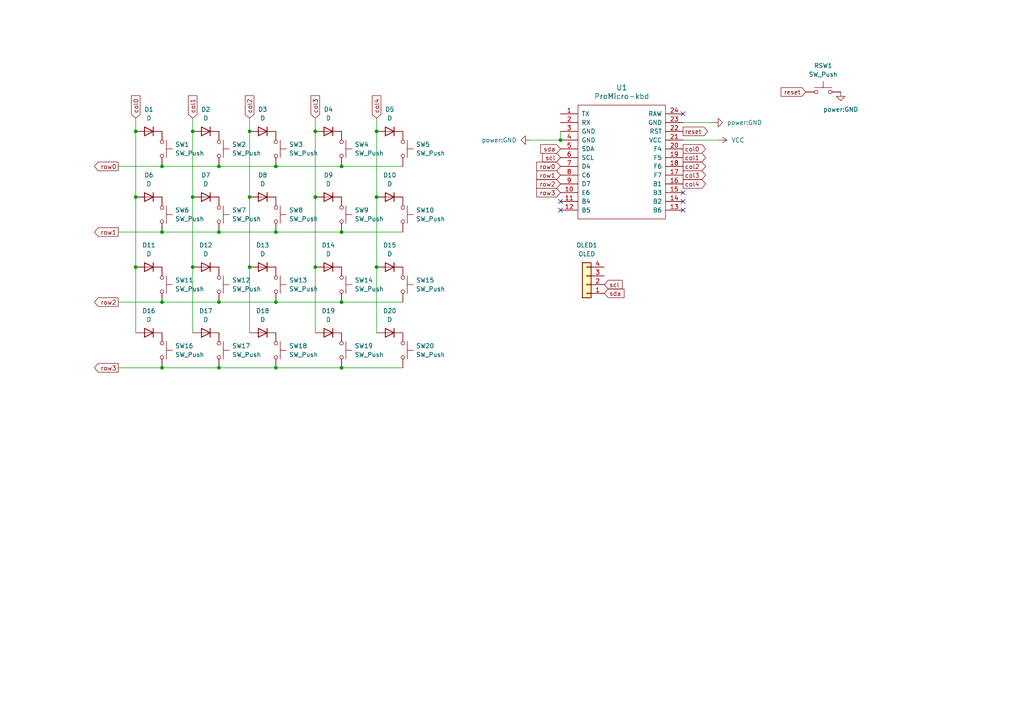
<source format=kicad_sch>
(kicad_sch (version 20250114) (generator "eeschema") (generator_version "9.0")
  (paper "A4")
  (title_block (title "lp-np") (date "2025-10-14") (rev "1.0") (company "doofmars"))
  (lib_symbols
    (symbol "Connector_Generic:Conn_01x04" (pin_names (offset 1.016) (hide yes))
      (property "Reference" "J" (at 0 5.08 0))
      (property "Value" "Conn_01x04" (at 0 -7.62 0))
      (symbol "Conn_01x04_1_1"
        (rectangle (start -1.27 3.81) (end 1.27 -6.35) (stroke (width 0.254)) (fill (type background)))
        (rectangle (start -1.27 2.667) (end 0 2.413) (stroke (width 0.1524)))
        (rectangle (start -1.27 0.127) (end 0 -0.127) (stroke (width 0.1524)))
        (rectangle (start -1.27 -2.413) (end 0 -2.667) (stroke (width 0.1524)))
        (rectangle (start -1.27 -4.953) (end 0 -5.207) (stroke (width 0.1524)))
        (pin passive line (at -5.08 2.54 0) (length 3.81) (name "Pin_1") (number "1"))
        (pin passive line (at -5.08 0 0) (length 3.81) (name "Pin_2") (number "2"))
        (pin passive line (at -5.08 -2.54 0) (length 3.81) (name "Pin_3") (number "3"))
        (pin passive line (at -5.08 -5.08 0) (length 3.81) (name "Pin_4") (number "4"))
      )
    )
    (symbol "Device:D" (pin_numbers (hide yes)) (pin_names (offset 1.016) (hide yes))
      (property "Reference" "D" (at 0 2.54 0))
      (property "Value" "D" (at 0 -2.54 0))
      (symbol "D_0_1"
        (polyline (pts (xy -1.27 1.27) (xy -1.27 -1.27)) (stroke (width 0.254)))
        (polyline (pts (xy 1.27 1.27) (xy 1.27 -1.27) (xy -1.27 0) (xy 1.27 1.27)) (stroke (width 0.254)))
        (polyline (pts (xy 1.27 0) (xy -1.27 0)))
      )
      (symbol "D_1_1"
        (pin passive line (at -3.81 0 0) (length 2.54) (name "K") (number "1"))
        (pin passive line (at 3.81 0 180) (length 2.54) (name "A") (number "2"))
      )
    )
    (symbol "Switch:SW_Push" (pin_numbers (hide yes)) (pin_names (offset 1.016) (hide yes))
      (property "Reference" "SW" (at 1.27 2.54 0))
      (property "Value" "SW_Push" (at 0 -1.524 0))
      (symbol "SW_Push_0_1"
        (circle (center -2.032 0) (radius 0.508))
        (polyline (pts (xy 0 1.27) (xy 0 3.048)))
        (circle (center 2.032 0) (radius 0.508))
        (polyline (pts (xy 2.54 1.27) (xy -2.54 1.27)))
        (pin passive line (at -5.08 0 0) (length 2.54) (name "1") (number "1"))
        (pin passive line (at 5.08 0 180) (length 2.54) (name "2") (number "2"))
      )
    )
    (symbol "corne:GND-power" (power) (pin_names (offset 0))
      (property "Value" "power:GND" (at 0 -3.81 0))
      (symbol "GND-power_0_1"
        (polyline (pts (xy 0 0) (xy 0 -1.27) (xy 1.27 -1.27) (xy 0 -2.54) (xy -1.27 -1.27) (xy 0 -1.27)))
      )
      (symbol "GND-power_1_1"
        (pin power_in line (at 0 0 270) (length 0) (hide yes) (name "GND") (number "1"))
      )
    )
    (symbol "corne:ProMicro-kbd" (pin_names (offset 1.016))
      (property "Reference" "U" (at 0 24.13 0))
      (property "Value" "ProMicro-kbd" (at 0 -13.97 0))
      (symbol "ProMicro-kbd_0_1"
        (rectangle (start -12.7 21.59) (end 12.7 -11.43))
      )
      (symbol "ProMicro-kbd_1_1"
        (pin bidirectional line (at -17.78 19.05 0) (length 5.08) (name "TX") (number "1"))
        (pin bidirectional line (at -17.78 16.51 0) (length 5.08) (name "RX") (number "2"))
        (pin power_in line (at -17.78 13.97 0) (length 5.08) (name "GND") (number "3"))
        (pin power_in line (at -17.78 11.43 0) (length 5.08) (name "GND") (number "4"))
        (pin bidirectional line (at -17.78 8.89 0) (length 5.08) (name "SDA") (number "5"))
        (pin bidirectional line (at -17.78 6.35 0) (length 5.08) (name "SCL") (number "6"))
        (pin bidirectional line (at -17.78 3.81 0) (length 5.08) (name "D4") (number "7"))
        (pin bidirectional line (at -17.78 1.27 0) (length 5.08) (name "C6") (number "8"))
        (pin bidirectional line (at -17.78 -1.27 0) (length 5.08) (name "D7") (number "9"))
        (pin bidirectional line (at -17.78 -3.81 0) (length 5.08) (name "E6") (number "10"))
        (pin bidirectional line (at -17.78 -6.35 0) (length 5.08) (name "B4") (number "11"))
        (pin bidirectional line (at -17.78 -8.89 0) (length 5.08) (name "B5") (number "12"))
        (pin power_out line (at 17.78 19.05 180) (length 5.08) (name "RAW") (number "24"))
        (pin power_in line (at 17.78 16.51 180) (length 5.08) (name "GND") (number "23"))
        (pin input line (at 17.78 13.97 180) (length 5.08) (name "RST") (number "22"))
        (pin power_in line (at 17.78 11.43 180) (length 5.08) (name "VCC") (number "21"))
        (pin bidirectional line (at 17.78 8.89 180) (length 5.08) (name "F4") (number "20"))
        (pin bidirectional line (at 17.78 6.35 180) (length 5.08) (name "F5") (number "19"))
        (pin bidirectional line (at 17.78 3.81 180) (length 5.08) (name "F6") (number "18"))
        (pin bidirectional line (at 17.78 1.27 180) (length 5.08) (name "F7") (number "17"))
        (pin bidirectional line (at 17.78 -1.27 180) (length 5.08) (name "B1") (number "16"))
        (pin bidirectional line (at 17.78 -3.81 180) (length 5.08) (name "B3") (number "15"))
        (pin bidirectional line (at 17.78 -6.35 180) (length 5.08) (name "B2") (number "14"))
        (pin bidirectional line (at 17.78 -8.89 180) (length 5.08) (name "B6") (number "13"))
      )
    )
    (symbol "power:VCC" (power) (pin_numbers (hide yes)) (pin_names (offset 0) (hide yes))
      (property "Value" "VCC" (at 0 3.556 0))
      (symbol "VCC_0_1"
        (polyline (pts (xy -0.762 1.27) (xy 0 2.54)))
        (polyline (pts (xy 0 2.54) (xy 0.762 1.27)))
        (polyline (pts (xy 0 0) (xy 0 2.54)))
      )
      (symbol "VCC_1_1"
        (pin power_in line (at 0 0 90) (length 0) (name "~") (number "1"))
      )
    )
  )
  (junction (at 46.99 48.26))
  (junction (at 91.44 38.1))
  (junction (at 99.06 67.31))
  (junction (at 63.5 87.63))
  (junction (at 99.06 87.63))
  (junction (at 63.5 106.68))
  (junction (at 72.39 77.47))
  (junction (at 99.06 106.68))
  (junction (at 55.88 57.15))
  (junction (at 80.01 106.68))
  (junction (at 46.99 87.63))
  (junction (at 63.5 48.26))
  (junction (at 55.88 38.1))
  (junction (at 55.88 77.47))
  (junction (at 162.56 40.64))
  (junction (at 80.01 48.26))
  (junction (at 99.06 48.26))
  (junction (at 109.22 77.47))
  (junction (at 72.39 57.15))
  (junction (at 46.99 67.31))
  (junction (at 39.37 77.47))
  (junction (at 39.37 57.15))
  (junction (at 109.22 57.15))
  (junction (at 39.37 38.1))
  (junction (at 63.5 67.31))
  (junction (at 80.01 87.63))
  (junction (at 91.44 77.47))
  (junction (at 46.99 106.68))
  (junction (at 72.39 38.1))
  (junction (at 109.22 38.1))
  (junction (at 91.44 57.15))
  (junction (at 80.01 67.31))
  (no_connect (at 198.12 55.88))
  (no_connect (at 198.12 58.42))
  (no_connect (at 198.12 60.96))
  (no_connect (at 162.56 60.96))
  (no_connect (at 162.56 58.42))
  (no_connect (at 198.12 33.02))
  (wire (pts (xy 198.12 35.56) (xy 207.01 35.56)))
  (wire (pts (xy 55.88 57.15) (xy 55.88 77.47)))
  (wire (pts (xy 91.44 77.47) (xy 91.44 96.52)))
  (wire (pts (xy 39.37 77.47) (xy 39.37 96.52)))
  (wire (pts (xy 46.99 48.26) (xy 63.5 48.26)))
  (wire (pts (xy 46.99 106.68) (xy 63.5 106.68)))
  (wire (pts (xy 34.29 48.26) (xy 46.99 48.26)))
  (wire (pts (xy 34.29 67.31) (xy 46.99 67.31)))
  (wire (pts (xy 39.37 57.15) (xy 39.37 77.47)))
  (wire (pts (xy 153.67 40.64) (xy 162.56 40.64)))
  (wire (pts (xy 99.06 106.68) (xy 116.84 106.68)))
  (wire (pts (xy 80.01 48.26) (xy 99.06 48.26)))
  (wire (pts (xy 55.88 77.47) (xy 55.88 96.52)))
  (wire (pts (xy 63.5 67.31) (xy 80.01 67.31)))
  (wire (pts (xy 109.22 57.15) (xy 109.22 77.47)))
  (wire (pts (xy 80.01 87.63) (xy 99.06 87.63)))
  (wire (pts (xy 72.39 77.47) (xy 72.39 96.52)))
  (wire (pts (xy 72.39 34.29) (xy 72.39 38.1)))
  (wire (pts (xy 39.37 38.1) (xy 39.37 57.15)))
  (wire (pts (xy 80.01 106.68) (xy 99.06 106.68)))
  (wire (pts (xy 72.39 57.15) (xy 72.39 77.47)))
  (wire (pts (xy 55.88 38.1) (xy 55.88 57.15)))
  (wire (pts (xy 198.12 40.64) (xy 208.28 40.64)))
  (wire (pts (xy 34.29 106.68) (xy 46.99 106.68)))
  (wire (pts (xy 91.44 38.1) (xy 91.44 57.15)))
  (wire (pts (xy 109.22 34.29) (xy 109.22 38.1)))
  (wire (pts (xy 46.99 67.31) (xy 63.5 67.31)))
  (wire (pts (xy 55.88 34.29) (xy 55.88 38.1)))
  (wire (pts (xy 34.29 87.63) (xy 46.99 87.63)))
  (wire (pts (xy 80.01 67.31) (xy 99.06 67.31)))
  (wire (pts (xy 162.56 38.1) (xy 162.56 40.64)))
  (wire (pts (xy 39.37 34.29) (xy 39.37 38.1)))
  (wire (pts (xy 91.44 34.29) (xy 91.44 38.1)))
  (wire (pts (xy 109.22 77.47) (xy 109.22 96.52)))
  (wire (pts (xy 91.44 57.15) (xy 91.44 77.47)))
  (wire (pts (xy 63.5 48.26) (xy 80.01 48.26)))
  (wire (pts (xy 63.5 106.68) (xy 80.01 106.68)))
  (wire (pts (xy 63.5 87.63) (xy 80.01 87.63)))
  (wire (pts (xy 99.06 67.31) (xy 116.84 67.31)))
  (wire (pts (xy 109.22 38.1) (xy 109.22 57.15)))
  (wire (pts (xy 72.39 38.1) (xy 72.39 57.15)))
  (wire (pts (xy 46.99 87.63) (xy 63.5 87.63)))
  (wire (pts (xy 99.06 48.26) (xy 116.84 48.26)))
  (wire (pts (xy 99.06 87.63) (xy 116.84 87.63)))
  (global_label "row0" (shape output) (at 34.29 48.26 180) (property "Intersheetrefs" "${INTERSHEET_REFS}" (effects (hide yes))))
  (global_label "row1" (shape input) (at 162.56 50.8 180) (property "Intersheetrefs" "${INTERSHEET_REFS}" (effects (hide yes))))
  (global_label "row0" (shape input) (at 162.56 48.26 180) (property "Intersheetrefs" "${INTERSHEET_REFS}" (effects (hide yes))))
  (global_label "col4" (shape output) (at 198.12 53.34 0) (property "Intersheetrefs" "${INTERSHEET_REFS}" (effects (hide yes))))
  (global_label "sda" (shape input) (at 162.56 43.18 180) (property "Intersheetrefs" "${INTERSHEET_REFS}" (effects (hide yes))))
  (global_label "row2" (shape input) (at 162.56 53.34 180) (property "Intersheetrefs" "${INTERSHEET_REFS}" (effects (hide yes))))
  (global_label "col2" (shape output) (at 198.12 48.26 0) (property "Intersheetrefs" "${INTERSHEET_REFS}" (effects (hide yes))))
  (global_label "sda" (shape input) (at 175.26 85.09 0) (property "Intersheetrefs" "${INTERSHEET_REFS}" (effects (hide yes))))
  (global_label "col3" (shape output) (at 198.12 50.8 0) (property "Intersheetrefs" "${INTERSHEET_REFS}" (effects (hide yes))))
  (global_label "scl" (shape input) (at 175.26 82.55 0) (property "Intersheetrefs" "${INTERSHEET_REFS}" (effects (hide yes))))
  (global_label "row1" (shape output) (at 34.29 67.31 180) (property "Intersheetrefs" "${INTERSHEET_REFS}" (effects (hide yes))))
  (global_label "col1" (shape output) (at 198.12 45.72 0) (property "Intersheetrefs" "${INTERSHEET_REFS}" (effects (hide yes))))
  (global_label "scl" (shape input) (at 162.56 45.72 180) (property "Intersheetrefs" "${INTERSHEET_REFS}" (effects (hide yes))))
  (global_label "col3" (shape input) (at 91.44 34.29 90) (property "Intersheetrefs" "${INTERSHEET_REFS}" (effects (hide yes))))
  (global_label "col0" (shape input) (at 39.37 34.29 90) (property "Intersheetrefs" "${INTERSHEET_REFS}" (effects (hide yes))))
  (global_label "col4" (shape input) (at 109.22 34.29 90) (property "Intersheetrefs" "${INTERSHEET_REFS}" (effects (hide yes))))
  (global_label "row2" (shape output) (at 34.29 87.63 180) (property "Intersheetrefs" "${INTERSHEET_REFS}" (effects (hide yes))))
  (global_label "row3" (shape input) (at 162.56 55.88 180) (property "Intersheetrefs" "${INTERSHEET_REFS}" (effects (hide yes))))
  (global_label "col2" (shape input) (at 72.39 34.29 90) (property "Intersheetrefs" "${INTERSHEET_REFS}" (effects (hide yes))))
  (global_label "col1" (shape input) (at 55.88 34.29 90) (property "Intersheetrefs" "${INTERSHEET_REFS}" (effects (hide yes))))
  (global_label "reset" (shape output) (at 198.12 38.1 0) (property "Intersheetrefs" "${INTERSHEET_REFS}" (effects (hide yes))))
  (global_label "reset" (shape input) (at 233.68 26.67 180) (property "Intersheetrefs" "${INTERSHEET_REFS}" (effects (hide yes))))
  (global_label "col0" (shape output) (at 198.12 43.18 0) (property "Intersheetrefs" "${INTERSHEET_REFS}" (effects (hide yes))))
  (global_label "row3" (shape output) (at 34.29 106.68 180) (property "Intersheetrefs" "${INTERSHEET_REFS}" (effects (hide yes))))
  (symbol (lib_id "Device:D") (at 59.69 38.1 180) (unit 1)
    (property "Reference" "D2" (at 59.69 31.75 0))
    (property "Value" "D" (at 59.69 34.29 0))
    (property "Footprint" "Diode_SMD:D_SOD-123" (effects (hide yes)))
    (property "Description" "Diode" (effects (hide yes)))
    (property "Sim.Device" "D" (effects (hide yes)))
    (property "Sim.Pins" "1=K 2=A" (effects (hide yes)))
  )
  (symbol (lib_id "Switch:SW_Push") (at 80.01 82.55 270) (unit 1)
    (property "Reference" "SW13" (at 83.82 81.2799 90) (effects (justify left)))
    (property "Value" "SW_Push" (at 83.82 83.8199 90) (effects (justify left)))
    (property "Footprint" "Cherry_ULP:Cherry_ULP_SMD" (effects (hide yes)))
    (property "Description" "Push button switch, generic, two pins" (effects (hide yes)))
  )
  (symbol (lib_id "power:VCC") (at 208.28 40.64 270) (unit 1)
    (property "Reference" "#PWR03" (effects (hide yes)))
    (property "Value" "VCC" (at 212.09 40.6399 90) (effects (justify left)))
    (property "Description" "Power symbol creates a global label with name \"VCC\"" (effects (hide yes)))
  )
  (symbol (lib_id "corne:GND-power") (at 243.84 26.67 0) (unit 1)
    (property "Reference" "#PWR04" (effects (hide yes)))
    (property "Value" "power:GND" (at 243.84 31.75 0))
  )
  (symbol (lib_id "Device:D") (at 113.03 57.15 180) (unit 1)
    (property "Reference" "D10" (at 113.03 50.8 0))
    (property "Value" "D" (at 113.03 53.34 0))
    (property "Footprint" "Diode_SMD:D_SOD-123" (effects (hide yes)))
    (property "Description" "Diode" (effects (hide yes)))
    (property "Sim.Device" "D" (effects (hide yes)))
    (property "Sim.Pins" "1=K 2=A" (effects (hide yes)))
  )
  (symbol (lib_id "Switch:SW_Push") (at 80.01 43.18 270) (unit 1)
    (property "Reference" "SW3" (at 83.82 41.9099 90) (effects (justify left)))
    (property "Value" "SW_Push" (at 83.82 44.4499 90) (effects (justify left)))
    (property "Footprint" "Cherry_ULP:Cherry_ULP_SMD" (effects (hide yes)))
    (property "Description" "Push button switch, generic, two pins" (effects (hide yes)))
  )
  (symbol (lib_id "Device:D") (at 95.25 38.1 180) (unit 1)
    (property "Reference" "D4" (at 95.25 31.75 0))
    (property "Value" "D" (at 95.25 34.29 0))
    (property "Footprint" "Diode_SMD:D_SOD-123" (effects (hide yes)))
    (property "Description" "Diode" (effects (hide yes)))
    (property "Sim.Device" "D" (effects (hide yes)))
    (property "Sim.Pins" "1=K 2=A" (effects (hide yes)))
  )
  (symbol (lib_id "Device:D") (at 76.2 38.1 180) (unit 1)
    (property "Reference" "D3" (at 76.2 31.75 0))
    (property "Value" "D" (at 76.2 34.29 0))
    (property "Footprint" "Diode_SMD:D_SOD-123" (effects (hide yes)))
    (property "Description" "Diode" (effects (hide yes)))
    (property "Sim.Device" "D" (effects (hide yes)))
    (property "Sim.Pins" "1=K 2=A" (effects (hide yes)))
  )
  (symbol (lib_id "Device:D") (at 43.18 57.15 180) (unit 1)
    (property "Reference" "D6" (at 43.18 50.8 0))
    (property "Value" "D" (at 43.18 53.34 0))
    (property "Footprint" "Diode_SMD:D_SOD-123" (effects (hide yes)))
    (property "Description" "Diode" (effects (hide yes)))
    (property "Sim.Device" "D" (effects (hide yes)))
    (property "Sim.Pins" "1=K 2=A" (effects (hide yes)))
  )
  (symbol (lib_id "Device:D") (at 95.25 77.47 180) (unit 1)
    (property "Reference" "D14" (at 95.25 71.12 0))
    (property "Value" "D" (at 95.25 73.66 0))
    (property "Footprint" "Diode_SMD:D_SOD-123" (effects (hide yes)))
    (property "Description" "Diode" (effects (hide yes)))
    (property "Sim.Device" "D" (effects (hide yes)))
    (property "Sim.Pins" "1=K 2=A" (effects (hide yes)))
  )
  (symbol (lib_id "Switch:SW_Push") (at 46.99 101.6 270) (unit 1)
    (property "Reference" "SW16" (at 50.8 100.3299 90) (effects (justify left)))
    (property "Value" "SW_Push" (at 50.8 102.8699 90) (effects (justify left)))
    (property "Footprint" "Cherry_ULP:Cherry_ULP_SMD" (effects (hide yes)))
    (property "Description" "Push button switch, generic, two pins" (effects (hide yes)))
  )
  (symbol (lib_id "Connector_Generic:Conn_01x04") (at 170.18 82.55 180) (unit 1)
    (property "Reference" "OLED1" (at 170.18 71.12 0))
    (property "Value" "OLED" (at 170.18 73.66 0))
    (property "Footprint" "Corne:OLED_generic" (effects (hide yes)))
    (property "Description" "Generic connector, single row, 01x04, script generated (kicad-library-utils/schlib/autogen/connector/)" (effects (hide yes)))
  )
  (symbol (lib_id "Switch:SW_Push") (at 63.5 43.18 270) (unit 1)
    (property "Reference" "SW2" (at 67.31 41.9099 90) (effects (justify left)))
    (property "Value" "SW_Push" (at 67.31 44.4499 90) (effects (justify left)))
    (property "Footprint" "Cherry_ULP:Cherry_ULP_SMD" (effects (hide yes)))
    (property "Description" "Push button switch, generic, two pins" (effects (hide yes)))
  )
  (symbol (lib_id "Device:D") (at 113.03 77.47 180) (unit 1)
    (property "Reference" "D15" (at 113.03 71.12 0))
    (property "Value" "D" (at 113.03 73.66 0))
    (property "Footprint" "Diode_SMD:D_SOD-123" (effects (hide yes)))
    (property "Description" "Diode" (effects (hide yes)))
    (property "Sim.Device" "D" (effects (hide yes)))
    (property "Sim.Pins" "1=K 2=A" (effects (hide yes)))
  )
  (symbol (lib_id "Device:D") (at 76.2 96.52 180) (unit 1)
    (property "Reference" "D18" (at 76.2 90.17 0))
    (property "Value" "D" (at 76.2 92.71 0))
    (property "Footprint" "Diode_SMD:D_SOD-123" (effects (hide yes)))
    (property "Description" "Diode" (effects (hide yes)))
    (property "Sim.Device" "D" (effects (hide yes)))
    (property "Sim.Pins" "1=K 2=A" (effects (hide yes)))
  )
  (symbol (lib_id "Device:D") (at 95.25 96.52 180) (unit 1)
    (property "Reference" "D19" (at 95.25 90.17 0))
    (property "Value" "D" (at 95.25 92.71 0))
    (property "Footprint" "Diode_SMD:D_SOD-123" (effects (hide yes)))
    (property "Description" "Diode" (effects (hide yes)))
    (property "Sim.Device" "D" (effects (hide yes)))
    (property "Sim.Pins" "1=K 2=A" (effects (hide yes)))
  )
  (symbol (lib_id "Device:D") (at 59.69 57.15 180) (unit 1)
    (property "Reference" "D7" (at 59.69 50.8 0))
    (property "Value" "D" (at 59.69 53.34 0))
    (property "Footprint" "Diode_SMD:D_SOD-123" (effects (hide yes)))
    (property "Description" "Diode" (effects (hide yes)))
    (property "Sim.Device" "D" (effects (hide yes)))
    (property "Sim.Pins" "1=K 2=A" (effects (hide yes)))
  )
  (symbol (lib_id "Switch:SW_Push") (at 46.99 43.18 270) (unit 1)
    (property "Reference" "SW1" (at 50.8 41.9099 90) (effects (justify left)))
    (property "Value" "SW_Push" (at 50.8 44.4499 90) (effects (justify left)))
    (property "Footprint" "Cherry_ULP:Cherry_ULP_SMD" (effects (hide yes)))
    (property "Description" "Push button switch, generic, two pins" (effects (hide yes)))
  )
  (symbol (lib_id "Switch:SW_Push") (at 99.06 82.55 270) (unit 1)
    (property "Reference" "SW14" (at 102.87 81.2799 90) (effects (justify left)))
    (property "Value" "SW_Push" (at 102.87 83.8199 90) (effects (justify left)))
    (property "Footprint" "Cherry_ULP:Cherry_ULP_SMD" (effects (hide yes)))
    (property "Description" "Push button switch, generic, two pins" (effects (hide yes)))
  )
  (symbol (lib_id "Switch:SW_Push") (at 116.84 43.18 270) (unit 1)
    (property "Reference" "SW5" (at 120.65 41.9099 90) (effects (justify left)))
    (property "Value" "SW_Push" (at 120.65 44.4499 90) (effects (justify left)))
    (property "Footprint" "Cherry_ULP:Cherry_ULP_SMD" (effects (hide yes)))
    (property "Description" "Push button switch, generic, two pins" (effects (hide yes)))
  )
  (symbol (lib_id "Switch:SW_Push") (at 63.5 62.23 270) (unit 1)
    (property "Reference" "SW7" (at 67.31 60.9599 90) (effects (justify left)))
    (property "Value" "SW_Push" (at 67.31 63.4999 90) (effects (justify left)))
    (property "Footprint" "Cherry_ULP:Cherry_ULP_SMD" (effects (hide yes)))
    (property "Description" "Push button switch, generic, two pins" (effects (hide yes)))
  )
  (symbol (lib_id "Switch:SW_Push") (at 46.99 82.55 270) (unit 1)
    (property "Reference" "SW11" (at 50.8 81.2799 90) (effects (justify left)))
    (property "Value" "SW_Push" (at 50.8 83.8199 90) (effects (justify left)))
    (property "Footprint" "Cherry_ULP:Cherry_ULP_SMD" (effects (hide yes)))
    (property "Description" "Push button switch, generic, two pins" (effects (hide yes)))
  )
  (symbol (lib_id "Switch:SW_Push") (at 46.99 62.23 270) (unit 1)
    (property "Reference" "SW6" (at 50.8 60.9599 90) (effects (justify left)))
    (property "Value" "SW_Push" (at 50.8 63.4999 90) (effects (justify left)))
    (property "Footprint" "Cherry_ULP:Cherry_ULP_SMD" (effects (hide yes)))
    (property "Description" "Push button switch, generic, two pins" (effects (hide yes)))
  )
  (symbol (lib_id "Device:D") (at 76.2 57.15 180) (unit 1)
    (property "Reference" "D8" (at 76.2 50.8 0))
    (property "Value" "D" (at 76.2 53.34 0))
    (property "Footprint" "Diode_SMD:D_SOD-123" (effects (hide yes)))
    (property "Description" "Diode" (effects (hide yes)))
    (property "Sim.Device" "D" (effects (hide yes)))
    (property "Sim.Pins" "1=K 2=A" (effects (hide yes)))
  )
  (symbol (lib_id "Device:D") (at 59.69 77.47 180) (unit 1)
    (property "Reference" "D12" (at 59.69 71.12 0))
    (property "Value" "D" (at 59.69 73.66 0))
    (property "Footprint" "Diode_SMD:D_SOD-123" (effects (hide yes)))
    (property "Description" "Diode" (effects (hide yes)))
    (property "Sim.Device" "D" (effects (hide yes)))
    (property "Sim.Pins" "1=K 2=A" (effects (hide yes)))
  )
  (symbol (lib_id "Device:D") (at 113.03 96.52 180) (unit 1)
    (property "Reference" "D20" (at 113.03 90.17 0))
    (property "Value" "D" (at 113.03 92.71 0))
    (property "Footprint" "Diode_SMD:D_SOD-123" (effects (hide yes)))
    (property "Description" "Diode" (effects (hide yes)))
    (property "Sim.Device" "D" (effects (hide yes)))
    (property "Sim.Pins" "1=K 2=A" (effects (hide yes)))
  )
  (symbol (lib_id "Device:D") (at 76.2 77.47 180) (unit 1)
    (property "Reference" "D13" (at 76.2 71.12 0))
    (property "Value" "D" (at 76.2 73.66 0))
    (property "Footprint" "Diode_SMD:D_SOD-123" (effects (hide yes)))
    (property "Description" "Diode" (effects (hide yes)))
    (property "Sim.Device" "D" (effects (hide yes)))
    (property "Sim.Pins" "1=K 2=A" (effects (hide yes)))
  )
  (symbol (lib_id "Device:D") (at 113.03 38.1 180) (unit 1)
    (property "Reference" "D5" (at 113.03 31.75 0))
    (property "Value" "D" (at 113.03 34.29 0))
    (property "Footprint" "Diode_SMD:D_SOD-123" (effects (hide yes)))
    (property "Description" "Diode" (effects (hide yes)))
    (property "Sim.Device" "D" (effects (hide yes)))
    (property "Sim.Pins" "1=K 2=A" (effects (hide yes)))
  )
  (symbol (lib_id "Switch:SW_Push") (at 116.84 82.55 270) (unit 1)
    (property "Reference" "SW15" (at 120.65 81.2799 90) (effects (justify left)))
    (property "Value" "SW_Push" (at 120.65 83.8199 90) (effects (justify left)))
    (property "Footprint" "Cherry_ULP:Cherry_ULP_SMD" (effects (hide yes)))
    (property "Description" "Push button switch, generic, two pins" (effects (hide yes)))
  )
  (symbol (lib_id "Switch:SW_Push") (at 99.06 62.23 270) (unit 1)
    (property "Reference" "SW9" (at 102.87 60.9599 90) (effects (justify left)))
    (property "Value" "SW_Push" (at 102.87 63.4999 90) (effects (justify left)))
    (property "Footprint" "Cherry_ULP:Cherry_ULP_SMD" (effects (hide yes)))
    (property "Description" "Push button switch, generic, two pins" (effects (hide yes)))
  )
  (symbol (lib_id "Device:D") (at 43.18 38.1 180) (unit 1)
    (property "Reference" "D1" (at 43.18 31.75 0))
    (property "Value" "D" (at 43.18 34.29 0))
    (property "Footprint" "Diode_SMD:D_SOD-123" (effects (hide yes)))
    (property "Description" "Diode" (effects (hide yes)))
    (property "Sim.Device" "D" (effects (hide yes)))
    (property "Sim.Pins" "1=K 2=A" (effects (hide yes)))
  )
  (symbol (lib_id "Device:D") (at 43.18 77.47 180) (unit 1)
    (property "Reference" "D11" (at 43.18 71.12 0))
    (property "Value" "D" (at 43.18 73.66 0))
    (property "Footprint" "Diode_SMD:D_SOD-123" (effects (hide yes)))
    (property "Description" "Diode" (effects (hide yes)))
    (property "Sim.Device" "D" (effects (hide yes)))
    (property "Sim.Pins" "1=K 2=A" (effects (hide yes)))
  )
  (symbol (lib_id "Switch:SW_Push") (at 63.5 101.6 270) (unit 1)
    (property "Reference" "SW17" (at 67.31 100.3299 90) (effects (justify left)))
    (property "Value" "SW_Push" (at 67.31 102.8699 90) (effects (justify left)))
    (property "Footprint" "Cherry_ULP:Cherry_ULP_SMD" (effects (hide yes)))
    (property "Description" "Push button switch, generic, two pins" (effects (hide yes)))
  )
  (symbol (lib_id "Device:D") (at 59.69 96.52 180) (unit 1)
    (property "Reference" "D17" (at 59.69 90.17 0))
    (property "Value" "D" (at 59.69 92.71 0))
    (property "Footprint" "Diode_SMD:D_SOD-123" (effects (hide yes)))
    (property "Description" "Diode" (effects (hide yes)))
    (property "Sim.Device" "D" (effects (hide yes)))
    (property "Sim.Pins" "1=K 2=A" (effects (hide yes)))
  )
  (symbol (lib_id "Switch:SW_Push") (at 238.76 26.67 0) (unit 1)
    (property "Reference" "RSW1" (at 238.76 19.05 0))
    (property "Value" "SW_Push" (at 238.76 21.59 0))
    (property "Footprint" "Corne:Reset" (effects (hide yes)))
    (property "Description" "Push button switch, generic, two pins" (effects (hide yes)))
  )
  (symbol (lib_id "corne:ProMicro-kbd") (at 180.34 52.07 0) (unit 1)
    (property "Reference" "U1" (at 180.34 25.4 0) (effects (font (size 1.524 1.524))))
    (property "Value" "ProMicro-kbd" (at 180.34 27.94 0) (effects (font (size 1.524 1.524))))
    (property "Footprint" "Corne:ProMikcro" (effects (hide yes)))
  )
  (symbol (lib_id "Switch:SW_Push") (at 99.06 43.18 270) (unit 1)
    (property "Reference" "SW4" (at 102.87 41.9099 90) (effects (justify left)))
    (property "Value" "SW_Push" (at 102.87 44.4499 90) (effects (justify left)))
    (property "Footprint" "Cherry_ULP:Cherry_ULP_SMD" (effects (hide yes)))
    (property "Description" "Push button switch, generic, two pins" (effects (hide yes)))
  )
  (symbol (lib_id "Switch:SW_Push") (at 80.01 62.23 270) (unit 1)
    (property "Reference" "SW8" (at 83.82 60.9599 90) (effects (justify left)))
    (property "Value" "SW_Push" (at 83.82 63.4999 90) (effects (justify left)))
    (property "Footprint" "Cherry_ULP:Cherry_ULP_SMD" (effects (hide yes)))
    (property "Description" "Push button switch, generic, two pins" (effects (hide yes)))
  )
  (symbol (lib_id "Switch:SW_Push") (at 116.84 62.23 270) (unit 1)
    (property "Reference" "SW10" (at 120.65 60.9599 90) (effects (justify left)))
    (property "Value" "SW_Push" (at 120.65 63.4999 90) (effects (justify left)))
    (property "Footprint" "Cherry_ULP:Cherry_ULP_SMD" (effects (hide yes)))
    (property "Description" "Push button switch, generic, two pins" (effects (hide yes)))
  )
  (symbol (lib_id "Device:D") (at 43.18 96.52 180) (unit 1)
    (property "Reference" "D16" (at 43.18 90.17 0))
    (property "Value" "D" (at 43.18 92.71 0))
    (property "Footprint" "Diode_SMD:D_SOD-123" (effects (hide yes)))
    (property "Description" "Diode" (effects (hide yes)))
    (property "Sim.Device" "D" (effects (hide yes)))
    (property "Sim.Pins" "1=K 2=A" (effects (hide yes)))
  )
  (symbol (lib_id "Switch:SW_Push") (at 80.01 101.6 270) (unit 1)
    (property "Reference" "SW18" (at 83.82 100.3299 90) (effects (justify left)))
    (property "Value" "SW_Push" (at 83.82 102.8699 90) (effects (justify left)))
    (property "Footprint" "Cherry_ULP:Cherry_ULP_SMD" (effects (hide yes)))
    (property "Description" "Push button switch, generic, two pins" (effects (hide yes)))
  )
  (symbol (lib_id "corne:GND-power") (at 153.67 40.64 270) (unit 1)
    (property "Reference" "#PWR02" (effects (hide yes)))
    (property "Value" "power:GND" (at 149.86 40.6399 90) (effects (justify right)))
  )
  (symbol (lib_id "corne:GND-power") (at 207.01 35.56 90) (unit 1)
    (property "Reference" "#PWR01" (effects (hide yes)))
    (property "Value" "power:GND" (at 210.82 35.5599 90) (effects (justify right)))
  )
  (symbol (lib_id "Switch:SW_Push") (at 116.84 101.6 270) (unit 1)
    (property "Reference" "SW20" (at 120.65 100.3299 90) (effects (justify left)))
    (property "Value" "SW_Push" (at 120.65 102.8699 90) (effects (justify left)))
    (property "Footprint" "Cherry_ULP:Cherry_ULP_SMD" (effects (hide yes)))
    (property "Description" "Push button switch, generic, two pins" (effects (hide yes)))
  )
  (symbol (lib_id "Switch:SW_Push") (at 63.5 82.55 270) (unit 1)
    (property "Reference" "SW12" (at 67.31 81.2799 90) (effects (justify left)))
    (property "Value" "SW_Push" (at 67.31 83.8199 90) (effects (justify left)))
    (property "Footprint" "Cherry_ULP:Cherry_ULP_SMD" (effects (hide yes)))
    (property "Description" "Push button switch, generic, two pins" (effects (hide yes)))
  )
  (symbol (lib_id "Switch:SW_Push") (at 99.06 101.6 270) (unit 1)
    (property "Reference" "SW19" (at 102.87 100.3299 90) (effects (justify left)))
    (property "Value" "SW_Push" (at 102.87 102.8699 90) (effects (justify left)))
    (property "Footprint" "Cherry_ULP:Cherry_ULP_SMD" (effects (hide yes)))
    (property "Description" "Push button switch, generic, two pins" (effects (hide yes)))
  )
  (symbol (lib_id "Device:D") (at 95.25 57.15 180) (unit 1)
    (property "Reference" "D9" (at 95.25 50.8 0))
    (property "Value" "D" (at 95.25 53.34 0))
    (property "Footprint" "Diode_SMD:D_SOD-123" (effects (hide yes)))
    (property "Description" "Diode" (effects (hide yes)))
    (property "Sim.Device" "D" (effects (hide yes)))
    (property "Sim.Pins" "1=K 2=A" (effects (hide yes)))
  )
)
</source>
